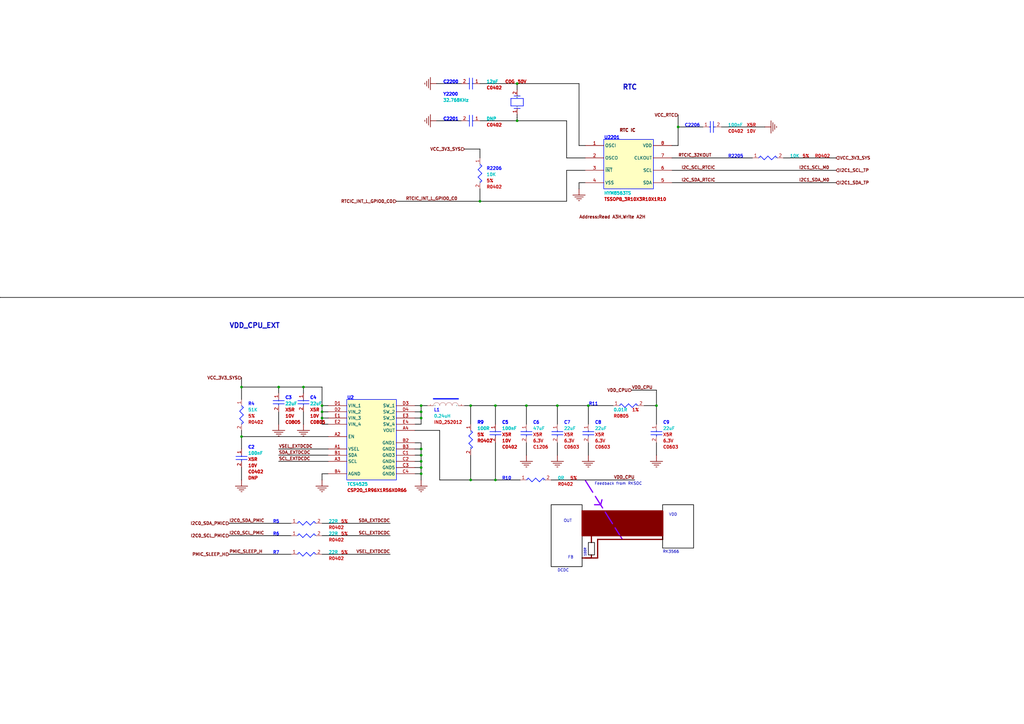
<source format=kicad_sch>
(kicad_sch (version 20231120) (generator "eeschema") (generator_version "8.0")
  (paper "User" 419.989 297.002)
  (lib_symbols
    (symbol "total-altium-import:22_0_CAP NP"
      (symbol "22_0_CAP NP_1_0"
        (polyline (pts (xy 0.254 -1.778) (xy 4.826 -1.778)) (stroke (width 0.254) (color 0 11 255 1)))
        (polyline (pts (xy 0.254 -0.508) (xy 4.826 -0.508)) (stroke (width 0.254) (color 0 11 255 1)))
        (polyline (pts (xy 2.54 -2.54) (xy 2.54 -1.778)) (stroke (width 0.254) (color 0 11 255 1)))
        (polyline (pts (xy 2.54 0) (xy 2.54 -0.508)) (stroke (width 0.254) (color 0 11 255 1)))
        (pin passive line (at 2.54 2.54 270) (length 2.54) (name "1") (number "1"))
        (pin passive line (at 2.54 -5.08 90) (length 2.54) (name "2") (number "2"))
      )
    )
    (symbol "total-altium-import:22_0_DCDC_SY827"
      (symbol "22_0_DCDC_SY827_1_0"
        (rectangle (start 20.32 0) (end 0 -33.02) (stroke (width 0.254) (color 0 11 255 1)) (fill (type background)))
        (pin passive line (at -7.62 -20.32 0) (length 7.62) (name "VSEL") (number "A1"))
        (pin passive line (at -7.62 -15.24 0) (length 7.62) (name "EN") (number "A2"))
        (pin passive line (at -7.62 -25.4 0) (length 7.62) (name "SCL") (number "A3"))
        (pin passive line (at 27.94 -12.7 180) (length 7.62) (name "VOUT") (number "A4"))
        (pin passive line (at -7.62 -22.86 0) (length 7.62) (name "SDA") (number "B1"))
        (pin passive line (at 27.94 -17.78 180) (length 7.62) (name "GND1") (number "B2"))
        (pin passive line (at 27.94 -20.32 180) (length 7.62) (name "GND2") (number "B3"))
        (pin passive line (at -7.62 -30.48 0) (length 7.62) (name "AGND") (number "B4"))
        (pin passive line (at 27.94 -22.86 180) (length 7.62) (name "GND3") (number "C1"))
        (pin passive line (at 27.94 -25.4 180) (length 7.62) (name "GND4") (number "C2"))
        (pin passive line (at 27.94 -27.94 180) (length 7.62) (name "GND5") (number "C3"))
        (pin passive line (at 27.94 -30.48 180) (length 7.62) (name "GND6") (number "C4"))
        (pin passive line (at -7.62 -2.54 0) (length 7.62) (name "VIN_1") (number "D1"))
        (pin passive line (at -7.62 -5.08 0) (length 7.62) (name "VIN_2") (number "D2"))
        (pin passive line (at 27.94 -2.54 180) (length 7.62) (name "SW_1") (number "D3"))
        (pin passive line (at 27.94 -5.08 180) (length 7.62) (name "SW_2") (number "D4"))
        (pin passive line (at -7.62 -7.62 0) (length 7.62) (name "VIN_3") (number "E1"))
        (pin passive line (at -7.62 -10.16 0) (length 7.62) (name "VIN_4") (number "E2"))
        (pin passive line (at 27.94 -7.62 180) (length 7.62) (name "SW_3") (number "E3"))
        (pin passive line (at 27.94 -10.16 180) (length 7.62) (name "SW_4") (number "E4"))
      )
    )
    (symbol "total-altium-import:22_0_RESISTOR"
      (symbol "22_0_RESISTOR_1_0"
        (polyline (pts (xy 1.778 -5.334) (xy 3.302 -6.858)) (stroke (width 0.254) (color 0 11 255 1)))
        (polyline (pts (xy 1.778 -2.286) (xy 3.302 -3.81)) (stroke (width 0.254) (color 0 11 255 1)))
        (polyline (pts (xy 2.54 0) (xy 3.302 -0.762)) (stroke (width 0.254) (color 0 11 255 1)))
        (polyline (pts (xy 3.302 -6.858) (xy 2.54 -7.62)) (stroke (width 0.254) (color 0 11 255 1)))
        (polyline (pts (xy 3.302 -3.81) (xy 1.778 -5.334)) (stroke (width 0.254) (color 0 11 255 1)))
        (polyline (pts (xy 3.302 -0.762) (xy 1.778 -2.286)) (stroke (width 0.254) (color 0 11 255 1)))
        (pin passive line (at 2.54 2.54 270) (length 2.54) (name "1") (number "1"))
        (pin passive line (at 2.54 -10.16 90) (length 2.54) (name "2") (number "2"))
      )
    )
    (symbol "total-altium-import:22_0_RTC_HYM8563"
      (symbol "22_0_RTC_HYM8563_1_0"
        (rectangle (start 20.32 0) (end 0 -20.32) (stroke (width 0.254) (color 0 11 255 1)) (fill (type background)))
        (pin passive line (at -7.62 -2.54 0) (length 7.62) (name "OSCI") (number "1"))
        (pin passive line (at -7.62 -7.62 0) (length 7.62) (name "OSCO") (number "2"))
        (pin passive line (at -7.62 -12.7 0) (length 7.62) (name "~{INT}") (number "3"))
        (pin passive line (at -7.62 -17.78 0) (length 7.62) (name "VSS") (number "4"))
        (pin passive line (at 27.94 -17.78 180) (length 7.62) (name "SDA") (number "5"))
        (pin passive line (at 27.94 -12.7 180) (length 7.62) (name "SCL") (number "6"))
        (pin passive line (at 27.94 -7.62 180) (length 7.62) (name "CLKOUT") (number "7"))
        (pin passive line (at 27.94 -2.54 180) (length 7.62) (name "VDD") (number "8"))
      )
    )
    (symbol "total-altium-import:22_0_mirrored_CAP NP"
      (symbol "22_0_mirrored_CAP NP_1_0"
        (polyline (pts (xy -2.54 -2.54) (xy -2.54 -1.778)) (stroke (width 0.254) (color 0 11 255 1)))
        (polyline (pts (xy -2.54 0) (xy -2.54 -0.508)) (stroke (width 0.254) (color 0 11 255 1)))
        (polyline (pts (xy -0.254 -1.778) (xy -4.826 -1.778)) (stroke (width 0.254) (color 0 11 255 1)))
        (polyline (pts (xy -0.254 -0.508) (xy -4.826 -0.508)) (stroke (width 0.254) (color 0 11 255 1)))
        (pin passive line (at -2.54 2.54 270) (length 2.54) (name "1") (number "1"))
        (pin passive line (at -2.54 -5.08 90) (length 2.54) (name "2") (number "2"))
      )
    )
    (symbol "total-altium-import:22_1_CAP NP"
      (symbol "22_1_CAP NP_1_0"
        (polyline (pts (xy 0 2.54) (xy 0.508 2.54)) (stroke (width 0.254) (color 0 11 255 1)))
        (polyline (pts (xy 0.508 0.254) (xy 0.508 4.826)) (stroke (width 0.254) (color 0 11 255 1)))
        (polyline (pts (xy 1.778 0.254) (xy 1.778 4.826)) (stroke (width 0.254) (color 0 11 255 1)))
        (polyline (pts (xy 2.54 2.54) (xy 1.778 2.54)) (stroke (width 0.254) (color 0 11 255 1)))
        (pin passive line (at -2.54 2.54 0) (length 2.54) (name "1") (number "1"))
        (pin passive line (at 5.08 2.54 180) (length 2.54) (name "2") (number "2"))
      )
    )
    (symbol "total-altium-import:22_1_CRYSTAL_2P_1G"
      (property "Reference" "Y2200" (at -27.94 5.08 0))
      (property "Value" "32.768KHz" (at -27.94 2.54 0))
      (property "PCB FOOTPRINT" "CRY2_6R90X1R40X1R30" (at -27.94 0 0))
      (symbol "22_1_CRYSTAL_2P_1G_1_0"
        (polyline (pts (xy 0 1.016) (xy 5.08 1.016)) (stroke (width 0.254) (color 0 11 255 1)))
        (polyline (pts (xy 0 4.064) (xy 0 1.016)) (stroke (width 0.254) (color 0 11 255 1)))
        (polyline (pts (xy 1.27 0) (xy 3.81 0)) (stroke (width 0.254) (color 0 11 255 1)))
        (polyline (pts (xy 1.27 5.08) (xy 3.81 5.08)) (stroke (width 0.254) (color 0 11 255 1)))
        (polyline (pts (xy 5.08 1.016) (xy 5.08 4.064)) (stroke (width 0.254) (color 0 11 255 1)))
        (polyline (pts (xy 5.08 4.064) (xy 0 4.064)) (stroke (width 0.254) (color 0 11 255 1)))
        (pin passive line (at 2.54 -2.54 90) (length 2.54) (name "1") (number "1"))
        (pin passive line (at 2.54 7.62 270) (length 2.54) (name "2") (number "2"))
      )
    )
    (symbol "total-altium-import:22_1_INDUCTORS OF FERRITE"
      (symbol "22_1_INDUCTORS OF FERRITE_1_0"
        (polyline (pts (xy 0 2.794) (xy 10.16 2.794)) (stroke (width 0.508) (color 0 11 255 1)))
        (arc (start 1.27 1.27) (mid 0.372 0.898) (end 0 0) (stroke (width 0.0254)))
        (arc (start 2.54 0) (mid 2.168 0.898) (end 1.27 1.27) (stroke (width 0.0254)))
        (arc (start 3.81 1.27) (mid 2.912 0.898) (end 2.54 0) (stroke (width 0.0254)))
        (arc (start 5.08 0) (mid 4.708 0.898) (end 3.81 1.27) (stroke (width 0.0254)))
        (arc (start 6.35 1.27) (mid 5.452 0.898) (end 5.08 0) (stroke (width 0.0254)))
        (arc (start 7.62 0) (mid 7.248 0.898) (end 6.35 1.27) (stroke (width 0.0254)))
        (arc (start 8.89 1.27) (mid 7.992 0.898) (end 7.62 0) (stroke (width 0.0254)))
        (arc (start 10.16 0) (mid 9.788 0.898) (end 8.89 1.27) (stroke (width 0.0254)))
        (pin passive line (at -2.54 0 0) (length 2.54) (name "1") (number "1"))
        (pin passive line (at 12.7 0 180) (length 2.54) (name "2") (number "2"))
      )
    )
    (symbol "total-altium-import:22_1_RESISTOR"
      (symbol "22_1_RESISTOR_1_0"
        (polyline (pts (xy 0 2.54) (xy 0.762 3.302)) (stroke (width 0.254) (color 0 11 255 1)))
        (polyline (pts (xy 0.762 3.302) (xy 2.286 1.778)) (stroke (width 0.254) (color 0 11 255 1)))
        (polyline (pts (xy 2.286 1.778) (xy 3.81 3.302)) (stroke (width 0.254) (color 0 11 255 1)))
        (polyline (pts (xy 3.81 3.302) (xy 5.334 1.778)) (stroke (width 0.254) (color 0 11 255 1)))
        (polyline (pts (xy 5.334 1.778) (xy 6.858 3.302)) (stroke (width 0.254) (color 0 11 255 1)))
        (polyline (pts (xy 6.858 3.302) (xy 7.62 2.54)) (stroke (width 0.254) (color 0 11 255 1)))
        (pin passive line (at -2.54 2.54 0) (length 2.54) (name "1") (number "1"))
        (pin passive line (at 10.16 2.54 180) (length 2.54) (name "2") (number "2"))
      )
    )
    (symbol "total-altium-import:22_3_CAP NP"
      (symbol "22_3_CAP NP_1_0"
        (polyline (pts (xy -2.54 -2.54) (xy -1.778 -2.54)) (stroke (width 0.254) (color 0 11 255 1)))
        (polyline (pts (xy -1.778 -0.254) (xy -1.778 -4.826)) (stroke (width 0.254) (color 0 11 255 1)))
        (polyline (pts (xy -0.508 -0.254) (xy -0.508 -4.826)) (stroke (width 0.254) (color 0 11 255 1)))
        (polyline (pts (xy 0 -2.54) (xy -0.508 -2.54)) (stroke (width 0.254) (color 0 11 255 1)))
        (pin passive line (at 2.54 -2.54 180) (length 2.54) (name "1") (number "1"))
        (pin passive line (at -5.08 -2.54 0) (length 2.54) (name "2") (number "2"))
      )
    )
    (symbol "total-altium-import:GND_POWER_GROUND" (power)
      (property "Reference" "#PWR" (at 0 0 0))
      (property "Value" "GND" (at 0 6.35 0))
      (symbol "GND_POWER_GROUND_0_0"
        (polyline (pts (xy -2.54 -2.54) (xy 2.54 -2.54)) (stroke (width 0.254)))
        (polyline (pts (xy -1.778 -3.302) (xy 1.778 -3.302)) (stroke (width 0.254)))
        (polyline (pts (xy -1.016 -4.064) (xy 1.016 -4.064)) (stroke (width 0.254)))
        (polyline (pts (xy -0.254 -4.826) (xy 0.254 -4.826)) (stroke (width 0.254)))
        (polyline (pts (xy 0 0) (xy 0 -2.54)) (stroke (width 0.254)))
        (pin power_in line (at 0 0 0) (length 0) hide (name "GND") (number ""))
      )
    )
  )
  (junction (at 172.72 194.31))
  (junction (at 269.24 166.37))
  (junction (at 172.72 186.69))
  (junction (at 132.08 168.91))
  (junction (at 196.85 82.55))
  (junction (at 172.72 191.77))
  (junction (at 278.13 52.07))
  (junction (at 172.72 166.37))
  (junction (at 215.9 166.37))
  (junction (at 212.09 49.53))
  (junction (at 203.2 166.37))
  (junction (at 114.3 158.75))
  (junction (at 172.72 184.15))
  (junction (at 241.3 166.37))
  (junction (at 132.08 171.45))
  (junction (at 124.46 158.75))
  (junction (at 203.2 196.85))
  (junction (at 172.72 171.45))
  (junction (at 228.6 166.37))
  (junction (at 172.72 168.91))
  (junction (at 132.08 166.37))
  (junction (at 212.09 34.29))
  (junction (at 99.06 158.75))
  (junction (at 193.04 196.85))
  (junction (at 193.04 166.37))
  (junction (at 172.72 189.23))
  (junction (at 99.06 179.07))
  (wire (pts (xy 193.04 186.69) (xy 193.04 196.85)) (stroke (width 0.25) (color 0 0 0 1)))
  (wire (pts (xy 278.13 47.1678) (xy 278.13 52.07)) (stroke (width 0.25) (color 0 0 0 1)))
  (wire (pts (xy 132.08 173.99) (xy 132.08 171.45)) (stroke (width 0.25) (color 0 0 0 1)))
  (wire (pts (xy 172.72 171.45) (xy 172.72 168.91)) (stroke (width 0.25) (color 0 0 0 1)))
  (wire (pts (xy 114.3 158.75) (xy 124.46 158.75)) (stroke (width 0.25) (color 0 0 0 1)))
  (polyline (pts (xy 246.38 207.01) (xy 246.888 204.978)) (stroke (width 0.508) (type dash) (color 132 0 255 1)))
  (wire (pts (xy 288.29 52.07) (xy 278.13 52.07)) (stroke (width 0.25) (color 0 0 0 1)))
  (wire (pts (xy 189.23 49.53) (xy 179.07 49.53)) (stroke (width 0.25) (color 0 0 0 1)))
  (polyline (pts (xy 242.57 222.504) (xy 242.57 219.964)) (stroke (width 0.508) (type solid) (color 132 0 0 1)))
  (wire (pts (xy 172.72 181.61) (xy 170.18 181.61)) (stroke (width 0.25) (color 0 0 0 1)))
  (wire (pts (xy 172.72 166.37) (xy 175.26 166.37)) (stroke (width 0.25) (color 0 0 0 1)))
  (wire (pts (xy 237.49 77.47) (xy 237.49 74.93)) (stroke (width 0.25) (color 0 0 0 1)))
  (wire (pts (xy 193.04 196.85) (xy 203.2 196.85)) (stroke (width 0.25) (color 0 0 0 1)))
  (wire (pts (xy 212.0925 48.26) (xy 212.0925 46.99)) (stroke (width 0.25) (color 0 0 0 1)))
  (wire (pts (xy 162.56 82.55) (xy 196.85 82.55)) (stroke (width 0.25) (color 0 0 0 1)))
  (wire (pts (xy 172.72 168.91) (xy 170.18 168.91)) (stroke (width 0.25) (color 0 0 0 1)))
  (polyline (pts (xy 245.11 228.854) (xy 240.03 228.854)) (stroke (width 0.508) (type solid) (color 132 0 0 1)))
  (wire (pts (xy 134.62 168.91) (xy 132.08 168.91)) (stroke (width 0.25) (color 0 0 0 1)))
  (wire (pts (xy 114.3 161.29) (xy 114.3 158.75)) (stroke (width 0.25) (color 0 0 0 1)))
  (wire (pts (xy 132.08 194.31) (xy 134.62 194.31)) (stroke (width 0.25) (color 0 0 0 1)))
  (wire (pts (xy 189.23 34.29) (xy 179.07 34.29)) (stroke (width 0.25) (color 0 0 0 1)))
  (wire (pts (xy 241.3 173.99) (xy 241.3 166.37)) (stroke (width 0.25) (color 0 0 0 1)))
  (wire (pts (xy 132.08 219.71) (xy 160.02 219.71)) (stroke (width 0.25) (color 0 0 0 1)))
  (wire (pts (xy 241.3 186.69) (xy 241.3 181.61)) (stroke (width 0.25) (color 0 0 0 1)))
  (wire (pts (xy 172.72 186.69) (xy 172.72 184.15)) (stroke (width 0.25) (color 0 0 0 1)))
  (wire (pts (xy 269.24 186.69) (xy 269.24 181.61)) (stroke (width 0.25) (color 0 0 0 1)))
  (wire (pts (xy 170.18 184.15) (xy 172.72 184.15)) (stroke (width 0.25) (color 0 0 0 1)))
  (wire (pts (xy 134.62 166.37) (xy 132.08 166.37)) (stroke (width 0.25) (color 0 0 0 1)))
  (wire (pts (xy 132.08 166.37) (xy 132.08 158.75)) (stroke (width 0.25) (color 0 0 0 1)))
  (wire (pts (xy 215.9 166.37) (xy 228.6 166.37)) (stroke (width 0.25) (color 0 0 0 1)))
  (wire (pts (xy 134.62 186.69) (xy 114.3 186.69)) (stroke (width 0.25) (color 0 0 0 1)))
  (wire (pts (xy 232.41 64.77) (xy 240.03 64.77)) (stroke (width 0.25) (color 0 0 0 1)))
  (wire (pts (xy 119.38 214.63) (xy 93.98 214.63)) (stroke (width 0.25) (color 0 0 0 1)))
  (wire (pts (xy 237.49 34.29) (xy 212.09 34.29)) (stroke (width 0.25) (color 0 0 0 1)))
  (wire (pts (xy 134.62 184.15) (xy 114.3 184.15)) (stroke (width 0.25) (color 0 0 0 1)))
  (wire (pts (xy 193.04 166.37) (xy 190.5 166.37)) (stroke (width 0.25) (color 0 0 0 1)))
  (wire (pts (xy 212.09 34.29) (xy 196.85 34.29)) (stroke (width 0.25) (color 0 0 0 1)))
  (wire (pts (xy 132.08 158.75) (xy 124.46 158.75)) (stroke (width 0.25) (color 0 0 0 1)))
  (wire (pts (xy 99.06 196.85) (xy 99.06 191.77)) (stroke (width 0.25) (color 0 0 0 1)))
  (wire (pts (xy 99.06 158.75) (xy 114.3 158.75)) (stroke (width 0.25) (color 0 0 0 1)))
  (wire (pts (xy 215.9 173.99) (xy 215.9 166.37)) (stroke (width 0.25) (color 0 0 0 1)))
  (wire (pts (xy 132.08 168.91) (xy 132.08 166.37)) (stroke (width 0.25) (color 0 0 0 1)))
  (wire (pts (xy 232.41 49.53) (xy 232.41 64.77)) (stroke (width 0.25) (color 0 0 0 1)))
  (wire (pts (xy 240.03 59.69) (xy 237.49 59.69)) (stroke (width 0.25) (color 0 0 0 1)))
  (wire (pts (xy 215.9 186.69) (xy 215.9 181.61)) (stroke (width 0.25) (color 0 0 0 1)))
  (wire (pts (xy 241.3 166.37) (xy 228.6 166.37)) (stroke (width 0.25) (color 0 0 0 1)))
  (wire (pts (xy 134.62 173.99) (xy 132.08 173.99)) (stroke (width 0.25) (color 0 0 0 1)))
  (wire (pts (xy 180.34 176.53) (xy 170.18 176.53)) (stroke (width 0.25) (color 0 0 0 1)))
  (wire (pts (xy 132.08 227.33) (xy 160.02 227.33)) (stroke (width 0.25) (color 0 0 0 1)))
  (wire (pts (xy 193.04 196.85) (xy 180.34 196.85)) (stroke (width 0.25) (color 0 0 0 1)))
  (polyline (pts (xy 238.76 228.854) (xy 242.57 228.854)) (stroke (width 0.508) (type solid) (color 132 0 0 1)))
  (wire (pts (xy 278.13 52.07) (xy 278.13 59.69)) (stroke (width 0.25) (color 0 0 0 1)))
  (wire (pts (xy 193.04 166.37) (xy 193.04 173.99)) (stroke (width 0.25) (color 0 0 0 1)))
  (wire (pts (xy 132.08 196.85) (xy 132.08 194.31)) (stroke (width 0.25) (color 0 0 0 1)))
  (polyline (pts (xy 271.78 221.234) (xy 245.11 221.234)) (stroke (width 0.508) (type solid) (color 132 0 0 1)))
  (polyline (pts (xy 245.11 221.234) (xy 245.11 228.854)) (stroke (width 0.508) (type solid) (color 132 0 0 1)))
  (wire (pts (xy 196.85 82.55) (xy 232.41 82.55)) (stroke (width 0.25) (color 0 0 0 1)))
  (wire (pts (xy 170.18 194.31) (xy 172.72 194.31)) (stroke (width 0.25) (color 0 0 0 1)))
  (wire (pts (xy 172.72 171.45) (xy 172.72 173.99)) (stroke (width 0.25) (color 0 0 0 1)))
  (polyline (pts (xy 246.38 207.01) (xy 243.84 207.01)) (stroke (width 0.508) (type dash) (color 132 0 255 1)))
  (wire (pts (xy 132.08 171.45) (xy 132.08 168.91)) (stroke (width 0.25) (color 0 0 0 1)))
  (wire (pts (xy 212.0925 46.99) (xy 212.09 46.99)) (stroke (width 0.25) (color 0 0 0 1)))
  (wire (pts (xy 172.72 168.91) (xy 172.72 166.37)) (stroke (width 0.25) (color 0 0 0 1)))
  (wire (pts (xy 278.13 59.69) (xy 275.59 59.69)) (stroke (width 0.25) (color 0 0 0 1)))
  (wire (pts (xy 212.09 34.29) (xy 212.09 36.83)) (stroke (width 0.25) (color 0 0 0 1)))
  (wire (pts (xy 203.2 166.37) (xy 215.9 166.37)) (stroke (width 0.25) (color 0 0 0 1)))
  (wire (pts (xy 275.59 74.93) (xy 342.9 74.93)) (stroke (width 0.25) (color 0 0 0 1)))
  (wire (pts (xy 180.34 196.85) (xy 180.34 176.53)) (stroke (width 0.25) (color 0 0 0 1)))
  (wire (pts (xy 212.0925 48.26) (xy 212.09 48.26)) (stroke (width 0.25) (color 0 0 0 1)))
  (wire (pts (xy 212.09 49.53) (xy 232.41 49.53)) (stroke (width 0.25) (color 0 0 0 1)))
  (wire (pts (xy 196.85 77.47) (xy 196.85 82.55)) (stroke (width 0.25) (color 0 0 0 1)))
  (wire (pts (xy 99.06 154.94) (xy 99.06 158.75)) (stroke (width 0.25) (color 0 0 0 1)))
  (wire (pts (xy 119.38 219.71) (xy 93.98 219.71)) (stroke (width 0.25) (color 0 0 0 1)))
  (wire (pts (xy 170.18 189.23) (xy 172.72 189.23)) (stroke (width 0.25) (color 0 0 0 1)))
  (wire (pts (xy 269.24 160.02) (xy 269.24 166.37)) (stroke (width 0.25) (color 0 0 0 1)))
  (wire (pts (xy 212.09 48.26) (xy 212.09 49.53)) (stroke (width 0.25) (color 0 0 0 1)))
  (wire (pts (xy 124.46 158.75) (xy 124.46 161.29)) (stroke (width 0.25) (color 0 0 0 1)))
  (wire (pts (xy 114.3 173.99) (xy 114.3 168.91)) (stroke (width 0.25) (color 0 0 0 1)))
  (wire (pts (xy 99.06 179.07) (xy 99.06 176.53)) (stroke (width 0.25) (color 0 0 0 1)))
  (polyline (pts (xy 255.27 221.234) (xy 239.776 196.596)) (stroke (width 0.508) (type dash) (color 132 0 255 1)))
  (polyline (pts (xy 271.78 221.234) (xy 271.78 209.804)) (stroke (width 0.508) (type solid) (color 132 0 0 1)))
  (wire (pts (xy 124.46 173.99) (xy 124.46 168.91)) (stroke (width 0.25) (color 0 0 0 1)))
  (wire (pts (xy 237.49 59.69) (xy 237.49 34.29)) (stroke (width 0.25) (color 0 0 0 1)))
  (wire (pts (xy 275.59 64.77) (xy 308.61 64.77)) (stroke (width 0.25) (color 0 0 0 1)))
  (wire (pts (xy 203.2 166.37) (xy 193.04 166.37)) (stroke (width 0.25) (color 0 0 0 1)))
  (wire (pts (xy 342.9 64.77) (xy 321.31 64.77)) (stroke (width 0.25) (color 0 0 0 1)))
  (wire (pts (xy 203.2 196.85) (xy 203.2 181.61)) (stroke (width 0.25) (color 0 0 0 1)))
  (wire (pts (xy 269.24 166.37) (xy 264.16 166.37)) (stroke (width 0.25) (color 0 0 0 1)))
  (polyline (pts (xy 242.57 228.854) (xy 242.57 227.584)) (stroke (width 0.508) (type solid) (color 132 0 0 1)))
  (wire (pts (xy 170.18 186.69) (xy 172.72 186.69)) (stroke (width 0.25) (color 0 0 0 1)))
  (wire (pts (xy 237.49 74.93) (xy 240.03 74.93)) (stroke (width 0.25) (color 0 0 0 1)))
  (wire (pts (xy 99.06 158.75) (xy 99.06 163.83)) (stroke (width 0.25) (color 0 0 0 1)))
  (wire (pts (xy 232.41 69.85) (xy 232.41 82.55)) (stroke (width 0.25) (color 0 0 0 1)))
  (wire (pts (xy 134.62 171.45) (xy 132.08 171.45)) (stroke (width 0.25) (color 0 0 0 1)))
  (wire (pts (xy 228.6 186.69) (xy 228.6 181.61)) (stroke (width 0.25) (color 0 0 0 1)))
  (wire (pts (xy 196.85 49.53) (xy 212.09 49.53)) (stroke (width 0.25) (color 0 0 0 1)))
  (wire (pts (xy 240.03 69.85) (xy 232.41 69.85)) (stroke (width 0.25) (color 0 0 0 1)))
  (wire (pts (xy 251.46 166.37) (xy 241.3 166.37)) (stroke (width 0.25) (color 0 0 0 1)))
  (wire (pts (xy 134.62 189.23) (xy 114.3 189.23)) (stroke (width 0.25) (color 0 0 0 1)))
  (wire (pts (xy 190.5 61.1378) (xy 196.85 61.1378)) (stroke (width 0.25) (color 0 0 0 1)))
  (wire (pts (xy 172.72 184.15) (xy 172.72 181.61)) (stroke (width 0.25) (color 0 0 0 1)))
  (wire (pts (xy 196.85 61.1378) (xy 196.85 64.77)) (stroke (width 0.25) (color 0 0 0 1)))
  (wire (pts (xy 172.72 173.99) (xy 170.18 173.99)) (stroke (width 0.25) (color 0 0 0 1)))
  (wire (pts (xy 93.98 227.33) (xy 119.38 227.33)) (stroke (width 0.25) (color 0 0 0 1)))
  (wire (pts (xy 134.62 179.07) (xy 99.06 179.07)) (stroke (width 0.25) (color 0 0 0 1)))
  (wire (pts (xy 99.06 184.15) (xy 99.06 179.07)) (stroke (width 0.25) (color 0 0 0 1)))
  (wire (pts (xy 170.18 191.77) (xy 172.72 191.77)) (stroke (width 0.25) (color 0 0 0 1)))
  (wire (pts (xy 226.06 196.85) (xy 260.35 196.85)) (stroke (width 0.25) (color 0 0 0 1)))
  (wire (pts (xy 203.2 173.99) (xy 203.2 166.37)) (stroke (width 0.25) (color 0 0 0 1)))
  (wire (pts (xy 203.2 196.85) (xy 213.36 196.85)) (stroke (width 0.25) (color 0 0 0 1)))
  (wire (pts (xy 228.6 166.37) (xy 228.6 173.99)) (stroke (width 0.25) (color 0 0 0 1)))
  (wire (pts (xy 132.08 214.63) (xy 160.02 214.63)) (stroke (width 0.25) (color 0 0 0 1)))
  (bus (pts (xy 0 121.92) (xy 0.0688 121.9888)) (stroke (width 0.25) (color 0 0 0 1)))
  (wire (pts (xy 172.72 194.31) (xy 172.72 191.77)) (stroke (width 0.25) (color 0 0 0 1)))
  (wire (pts (xy 172.72 196.85) (xy 172.72 194.31)) (stroke (width 0.25) (color 0 0 0 1)))
  (wire (pts (xy 275.59 69.85) (xy 342.9 69.85)) (stroke (width 0.25) (color 0 0 0 1)))
  (wire (pts (xy 172.72 189.23) (xy 172.72 186.69)) (stroke (width 0.25) (color 0 0 0 1)))
  (wire (pts (xy 170.18 171.45) (xy 172.72 171.45)) (stroke (width 0.25) (color 0 0 0 1)))
  (wire (pts (xy 269.24 166.37) (xy 269.24 173.99)) (stroke (width 0.25) (color 0 0 0 1)))
  (wire (pts (xy 259.08 160.02) (xy 269.24 160.02)) (stroke (width 0.25) (color 0 0 0 1)))
  (wire (pts (xy 172.72 191.77) (xy 172.72 189.23)) (stroke (width 0.25) (color 0 0 0 1)))
  (wire (pts (xy 170.18 166.37) (xy 172.72 166.37)) (stroke (width 0.25) (color 0 0 0 1)))
  (bus (pts (xy 420.0349 121.9888) (xy 0.0688 121.9888)) (stroke (width 0.25) (color 0 0 0 1)))
  (wire (pts (xy 313.69 52.07) (xy 295.91 52.07)) (stroke (width 0.25) (color 0 0 0 1)))
  (rectangle (start 238.76 209.55) (end 271.78 219.71) (stroke (width 0.508) (color 132 0 0 1)) (fill (type color) (color 132 0 0 1)))
  (rectangle (start 284.48 207.01) (end 271.78 224.79) (stroke (width 0.254) (color 0 0 0 1)))
  (rectangle (start 226.06 207.01) (end 238.76 232.41) (stroke (width 0.254) (color 0 0 0 1)))
  (rectangle (start 243.84 222.504) (end 241.3 227.584) (stroke (width 0.254) (color 0 0 0 1)))
  (text "RTC\n" (at 255.27 37.084 0) (effects (font (size 2.032 2.032) (thickness 0.4064) (bold yes)) (justify left bottom)))
  (text "RTC IC" (at 254 54.356 0) (effects (font (size 1.27 1.27) (thickness 0.4064) (bold yes)) (justify left bottom)))
  (text "OUT" (at 231.14 214.376 0) (effects (font (size 1.143 1.143)) (justify left bottom)))
  (text "FB" (at 232.918 229.362 0) (effects (font (size 1.143 1.143)) (justify left bottom)))
  (text "100R" (at 240.538 228.346 90) (effects (font (size 0.889 0.889)) (justify left bottom)))
  (text "Address:Read A3H,Write A2H" (at 237.49 89.916 0) (effects (font (size 1.27 1.27) (bold yes)) (justify left bottom)))
  (text "DCDC" (at 228.6 234.696 0) (effects (font (size 1.143 1.143)) (justify left bottom)))
  (text "VDD" (at 274.32 211.836 0) (effects (font (size 1.143 1.143)) (justify left bottom)))
  (text "Feedback from RKSOC" (at 243.84 199.136 0) (effects (font (size 1.143 1.143)) (justify left bottom)))
  (text "VDD_CPU_EXT" (at 93.98 134.874 0) (effects (font (size 2.032 2.032) (thickness 0.4064) (bold yes)) (justify left bottom)))
  (text "RK3566" (at 271.78 227.076 0) (effects (font (size 1.143 1.143)) (justify left bottom)))
  (label "I2C1_SCL_M0" (at 327.66 69.85 0) (effects (font (size 1.25 1.25) (bold yes))))
  (label "I2C_SDA_RTCIC" (at 279.4 74.93 0) (effects (font (size 1.25 1.25) (bold yes))))
  (label "I2C1_SDA_M0" (at 327.66 74.93 0) (effects (font (size 1.25 1.25) (bold yes))))
  (label "SDA_EXTDCDC" (at 114.3 186.69 0) (effects (font (size 1.25 1.25) (bold yes))))
  (label "RTCIC_INT_L_GPIO0_C0" (at 166.37 82.55 0) (effects (font (size 1.25 1.25) (bold yes))))
  (label "I2C0_SDA_PMIC" (at 93.98 214.63 0) (effects (font (size 1.25 1.25) (bold yes))))
  (label "SCL_EXTDCDC" (at 160.02 219.71 180) (effects (font (size 1.25 1.25) (bold yes))))
  (label "SDA_EXTDCDC" (at 160.02 214.63 180) (effects (font (size 1.25 1.25) (bold yes))))
  (label "SCL_EXTDCDC" (at 114.3 189.23 0) (effects (font (size 1.25 1.25) (bold yes))))
  (label "VDD_CPU" (at 259.08 160.02 0) (effects (font (size 1.25 1.25) (bold yes))))
  (label "RTCIC_32KOUT" (at 278.13 64.77 0) (effects (font (size 1.25 1.25) (bold yes))))
  (label "VSEL_EXTDCDC" (at 160.02 227.33 180) (effects (font (size 1.25 1.25) (bold yes))))
  (label "VSEL_EXTDCDC" (at 114.3 184.15 0) (effects (font (size 1.25 1.25) (bold yes))))
  (label "VDD_CPU" (at 260.35 196.85 180) (effects (font (size 1.25 1.25) (bold yes))))
  (label "PMIC_SLEEP_H" (at 93.98 227.33 0) (effects (font (size 1.25 1.25) (bold yes))))
  (label "I2C_SCL_RTCIC" (at 279.4 69.85 0) (effects (font (size 1.25 1.25) (bold yes))))
  (label "I2C0_SCL_PMIC" (at 93.98 219.71 0) (effects (font (size 1.25 1.25) (bold yes))))
  (hierarchical_label "RTCIC_INT_L_GPIO0_C0" (shape input) (at 162.56 82.55 180) (effects (font (size 1.25 1.25) (bold yes))))
  (hierarchical_label "PMIC_SLEEP_H" (shape input) (at 93.98 227.33 180) (effects (font (size 1.25 1.25) (bold yes))))
  (hierarchical_label "VCC_3V3_SYS" (shape input) (at 99.06 154.94 180) (effects (font (size 1.25 1.25) (bold yes))))
  (hierarchical_label "I2C1_SDA_TP" (shape input) (at 342.9 74.93 0) (effects (font (size 1.25 1.25) (bold yes))))
  (hierarchical_label "I2C0_SCL_PMIC" (shape input) (at 93.98 219.71 180) (effects (font (size 1.25 1.25) (bold yes))))
  (hierarchical_label "VCC_3V3_SYS" (shape input) (at 342.9 64.77 0) (effects (font (size 1.25 1.25) (bold yes))))
  (hierarchical_label "I2C1_SCL_TP" (shape input) (at 342.9 69.85 0) (effects (font (size 1.25 1.25) (bold yes))))
  (hierarchical_label "VDD_CPU" (shape input) (at 259.08 160.02 180) (effects (font (size 1.25 1.25) (bold yes))))
  (hierarchical_label "VCC_RTC" (shape input) (at 278.13 47.1678 180) (effects (font (size 1.25 1.25) (bold yes))))
  (hierarchical_label "VCC_3V3_SYS" (shape input) (at 190.5 61.1378 180) (effects (font (size 1.25 1.25) (bold yes))))
  (hierarchical_label "I2C0_SDA_PMIC" (shape input) (at 93.98 214.63 180) (effects (font (size 1.25 1.25) (bold yes))))
  (symbol (lib_id "total-altium-import:GND_POWER_GROUND") (at 124.46 173.99 0) (unit 1)
    (property "Reference" "#PWR042" (effects (hide yes)))
    (property "Value" "GND" (effects (hide yes)))
  )
  (symbol (lib_id "total-altium-import:22_1_INDUCTORS OF FERRITE") (at 177.8 166.37 0) (unit 1)
    (property "Reference" "L1" (at 177.8 168.91 0) (effects (font (bold yes)) (justify left bottom)))
    (property "Value" "0.24uH" (at 177.8 171.45 0) (effects (font (bold yes)) (justify left bottom)))
    (property "Footprint" "Footprint Library:IND_252012" (effects (hide yes)))
    (property "Description" "Power Inductor,0.24uH,0.2,IND_252012" (effects (hide yes)))
    (property "DC RESISTOR" "0.029ohm" (effects (hide yes)))
    (property "ISAT" "6.40A" (effects (hide yes)))
    (property "PCB FOOTPRINT" "IND_252012" (at 177.8 173.99 0) (effects (font (bold yes)) (justify left bottom)))
    (property "CREATED BY" "JJJ" (effects (hide yes)))
    (property "MANUFACTURER PN" "VLS252012HBX-R24M-1" (effects (hide yes)))
    (property "MANUFACTURER" "TDK" (effects (hide yes)))
    (property "RESONACE FREQUENCY" "1MHz" (effects (hide yes)))
    (property "IRMS" "4.25A" (effects (hide yes)))
    (property "TOLERANCE" "20%" (effects (hide yes)))
    (property "PART TYPE" "POWER_IND" (effects (hide yes)))
    (property "PRIORITY" "A" (effects (hide yes)))
    (property "RK PN" "VLS252012HBX-R24M-1" (effects (hide yes)))
  )
  (symbol (lib_id "total-altium-import:22_0_mirrored_CAP NP") (at 271.78 176.53 0) (unit 1)
    (property "Reference" "C9" (at 271.78 173.99 0) (effects (font (bold yes)) (justify left bottom)))
    (property "Value" "22uF" (at 271.78 176.53 0) (effects (font (bold yes)) (justify left bottom)))
    (property "Footprint" "Footprint Library:C0402" (effects (hide yes)))
    (property "Description" "cap,22.00uF,+/-20%,6.3V,X5R,C0603" (effects (hide yes)))
    (property "VOLTAGE" "6.3V" (at 271.78 181.61 0) (effects (font (bold yes)) (justify left bottom)))
    (property "PCB FOOTPRINT" "C0603" (at 271.78 184.15 0) (effects (font (bold yes)) (justify left bottom)))
    (property "DIELECTRIC" "X5R" (at 271.78 179.07 0) (effects (font (bold yes)) (justify left bottom)))
    (property "CREATED BY" "JJJ" (effects (hide yes)))
    (property "MANUFACTURER PN" "C1608X5R0J226M080AC" (effects (hide yes)))
    (property "MANUFACTURER" "TDK" (effects (hide yes)))
    (property "TOLERANCE" "20%" (effects (hide yes)))
    (property "C_VOLTAGE" "6.3V" (effects (hide yes)))
    (property "PART TYPE" "C0603" (effects (hide yes)))
    (property "PRIORITY" "A" (effects (hide yes)))
    (property "RK PN" "C1608X5R0J226M080AC" (effects (hide yes)))
  )
  (symbol (lib_id "total-altium-import:22_0_RESISTOR") (at 96.52 166.37 0) (unit 1)
    (property "Reference" "R4" (at 101.6 166.37 0) (effects (font (bold yes)) (justify left bottom)))
    (property "Value" "51K" (at 101.6 168.91 0) (effects (font (bold yes)) (justify left bottom)))
    (property "Footprint" "Footprint Library:R0402" (effects (hide yes)))
    (property "Description" "通用厚膜电阻,51K,+/-5%,R0402,1/16W." (effects (hide yes)))
    (property "PCB FOOTPRINT" "R0402" (at 101.6 173.99 0) (effects (font (bold yes)) (justify left bottom)))
    (property "TOLERANCE" "5%" (at 101.6 171.45 0) (effects (font (bold yes)) (justify left bottom)))
    (property "CREATED BY" "YTL" (effects (hide yes)))
    (property "MANUFACTURER PN" "RC0402JR-0751KL" (effects (hide yes)))
    (property "MANUFACTURER" "YAGEO" (effects (hide yes)))
    (property "WATTAGE" "1/16W" (effects (hide yes)))
    (property "PART TYPE" "通用厚膜电阻" (effects (hide yes)))
    (property "PRIORITY" "A" (effects (hide yes)))
    (property "RK PN" "RC0402JR-0751KL" (effects (hide yes)))
  )
  (symbol (lib_id "total-altium-import:GND_POWER_GROUND") (at 99.06 196.85 0) (unit 1)
    (property "Reference" "#PWR039" (effects (hide yes)))
    (property "Value" "GND" (effects (hide yes)))
  )
  (symbol (lib_id "total-altium-import:GND_POWER_GROUND") (at 313.69 52.07 90) (unit 1)
    (property "Reference" "#PWR0283" (effects (hide yes)))
    (property "Value" "GND" (effects (hide yes)))
  )
  (symbol (lib_id "total-altium-import:22_0_RTC_HYM8563") (at 247.65 57.15 0) (unit 1)
    (property "Reference" "U2201" (at 247.65 57.15 0) (effects (font (bold yes)) (justify left bottom)))
    (property "Value" "HYM8563TS" (at 247.65 80.01 0) (effects (font (bold yes)) (justify left bottom)))
    (property "Footprint" "Footprint Library:HYM8563TS" (effects (hide yes)))
    (property "Description" "I2C Real Time Clock/Calendar" (effects (hide yes)))
    (property "PCB FOOTPRINT" "TSSOP8_3R10X3R10X1R10" (at 247.65 82.55 0) (effects (font (bold yes)) (justify left bottom)))
    (property "RK PN" "HYM8563TS" (effects (hide yes)))
    (property "PRIORITY" "A" (effects (hide yes)))
    (property "PART TYPE" "RTC" (effects (hide yes)))
    (property "MANUFACTURER" "Haoyu（昊昱微电子）" (effects (hide yes)))
    (property "MANUFACTURER PN" "HYM8563TS" (effects (hide yes)))
    (property "CREATED BY" "JJJ" (effects (hide yes)))
  )
  (symbol (lib_id "total-altium-import:22_1_CAP NP") (at 290.83 54.61 0) (unit 1)
    (property "Reference" "C2206" (at 280.67 52.07 0) (effects (font (bold yes)) (justify left bottom)))
    (property "Value" "100nF" (at 298.45 52.07 0) (effects (font (bold yes)) (justify left bottom)))
    (property "Footprint" "Footprint Library:C0402" (effects (hide yes)))
    (property "Description" "cap,100.00nF,+/-10%,10V,X5R,C0402" (effects (hide yes)))
    (property "VOLTAGE" "10V" (at 306.07 54.61 0) (effects (font (bold yes)) (justify left bottom)))
    (property "PCB FOOTPRINT" "C0402" (at 298.45 54.61 0) (effects (font (bold yes)) (justify left bottom)))
    (property "DIELECTRIC" "X5R" (at 306.07 52.07 0) (effects (font (bold yes)) (justify left bottom)))
    (property "CREATED BY" "JJJ" (effects (hide yes)))
    (property "C_VOLTAGE" "6.3V" (effects (hide yes)))
    (property "MANUFACTURER PN" "C1005X5R1A104K050BA" (effects (hide yes)))
    (property "MANUFACTURER" "TDK" (effects (hide yes)))
    (property "TOLERANCE" "10%" (effects (hide yes)))
    (property "PART TYPE" "C0402" (effects (hide yes)))
    (property "PRIORITY" "A" (effects (hide yes)))
    (property "RK PN" "C1005X5R1A104K050BA" (effects (hide yes)))
    (property "NUMBER" "37" (effects (hide yes)))
  )
  (symbol (lib_id "total-altium-import:GND_POWER_GROUND") (at 179.07 34.29 270) (unit 1)
    (property "Reference" "#PWR0264" (effects (hide yes)))
    (property "Value" "GND" (effects (hide yes)))
  )
  (symbol (lib_id "total-altium-import:22_1_RESISTOR") (at 121.92 217.17 0) (unit 1)
    (property "Reference" "R5" (at 111.76 214.63 0) (effects (font (bold yes)) (justify left bottom)))
    (property "Value" "22R" (at 134.62 214.63 0) (effects (font (bold yes)) (justify left bottom)))
    (property "Footprint" "Footprint Library:R0402" (effects (hide yes)))
    (property "Description" "通用厚膜电阻,22R,+/-5%,R0402,1/16W." (effects (hide yes)))
    (property "PCB FOOTPRINT" "R0402" (at 134.62 217.17 0) (effects (font (bold yes)) (justify left bottom)))
    (property "TOLERANCE" "5%" (at 139.7 214.63 0) (effects (font (bold yes)) (justify left bottom)))
    (property "RK PN" "RC0402JR-0722RL" (effects (hide yes)))
    (property "PRIORITY" "A" (effects (hide yes)))
    (property "PART TYPE" "通用厚膜电阻" (effects (hide yes)))
    (property "WATTAGE" "1/16W" (effects (hide yes)))
    (property "MANUFACTURER" "YAGEO" (effects (hide yes)))
    (property "MANUFACTURER PN" "RC0402JR-0722RL" (effects (hide yes)))
    (property "CREATED BY" "YTL" (effects (hide yes)))
  )
  (symbol (lib_id "total-altium-import:GND_POWER_GROUND") (at 179.07 49.53 270) (unit 1)
    (property "Reference" "#PWR0265" (effects (hide yes)))
    (property "Value" "GND" (effects (hide yes)))
  )
  (symbol (lib_id "total-altium-import:GND_POWER_GROUND") (at 114.3 173.99 0) (unit 1)
    (property "Reference" "#PWR041" (effects (hide yes)))
    (property "Value" "GND" (effects (hide yes)))
  )
  (symbol (lib_id "total-altium-import:22_0_RESISTOR") (at 194.31 67.31 0) (unit 1)
    (property "Reference" "R2206" (at 199.39 69.85 0) (effects (font (bold yes)) (justify left bottom)))
    (property "Value" "10K" (at 199.39 72.39 0) (effects (font (bold yes)) (justify left bottom)))
    (property "Footprint" "Footprint Library:R0402" (effects (hide yes)))
    (property "Description" "通用厚膜电阻,10K,+/-5%,R0402,1/16W." (effects (hide yes)))
    (property "PCB FOOTPRINT" "R0402" (at 199.39 77.47 0) (effects (font (bold yes)) (justify left bottom)))
    (property "TOLERANCE" "5%" (at 199.39 74.93 0) (effects (font (bold yes)) (justify left bottom)))
    (property "RK PN" "RC0402JR-0710KL" (effects (hide yes)))
    (property "PRIORITY" "A" (effects (hide yes)))
    (property "PART TYPE" "通用厚膜电阻" (effects (hide yes)))
    (property "WATTAGE" "1/16W" (effects (hide yes)))
    (property "MANUFACTURER" "YAGEO" (effects (hide yes)))
    (property "MANUFACTURER PN" "RC0402JR-0710KL" (effects (hide yes)))
    (property "CREATED BY" "YTL" (effects (hide yes)))
  )
  (symbol (lib_id "total-altium-import:22_1_CRYSTAL_2P_1G") (at 209.55 44.45 0) (unit 1)
    (property "Reference" "Y2200" (at 181.61 39.37 0) (effects (font (bold yes)) (justify left bottom)))
    (property "Value" "32.768KHz" (at 181.61 41.91 0) (effects (font (bold yes)) (justify left bottom)))
    (property "Footprint" "Crystal:Crystal_SMD_3215-2Pin_3.2x1.5mm" (effects (hide yes)))
    (property "Description" "无源晶振，32.768KHz，MC-146,±20ppm，12.5pF，Hosonic" (effects (hide yes)))
  )
  (symbol (lib_id "total-altium-import:22_1_RESISTOR") (at 121.92 222.25 0) (unit 1)
    (property "Reference" "R6" (at 111.76 219.71 0) (effects (font (bold yes)) (justify left bottom)))
    (property "Value" "22R" (at 134.62 219.71 0) (effects (font (bold yes)) (justify left bottom)))
    (property "Footprint" "Footprint Library:R0402" (effects (hide yes)))
    (property "Description" "通用厚膜电阻,22R,+/-5%,R0402,1/16W." (effects (hide yes)))
    (property "PCB FOOTPRINT" "R0402" (at 134.62 222.25 0) (effects (font (bold yes)) (justify left bottom)))
    (property "TOLERANCE" "5%" (at 139.7 219.71 0) (effects (font (bold yes)) (justify left bottom)))
    (property "CREATED BY" "YTL" (effects (hide yes)))
    (property "MANUFACTURER PN" "RC0402JR-0722RL" (effects (hide yes)))
    (property "MANUFACTURER" "YAGEO" (effects (hide yes)))
    (property "WATTAGE" "1/16W" (effects (hide yes)))
    (property "PART TYPE" "通用厚膜电阻" (effects (hide yes)))
    (property "PRIORITY" "A" (effects (hide yes)))
    (property "RK PN" "RC0402JR-0722RL" (effects (hide yes)))
  )
  (symbol (lib_id "total-altium-import:22_0_CAP NP") (at 226.06 176.53 0) (unit 1)
    (property "Reference" "C7" (at 231.14 173.99 0) (effects (font (bold yes)) (justify left bottom)))
    (property "Value" "22uF" (at 231.14 176.53 0) (effects (font (bold yes)) (justify left bottom)))
    (property "Footprint" "Footprint Library:C0402" (effects (hide yes)))
    (property "Description" "cap,22.00uF,+/-20%,6.3V,X5R,C0603" (effects (hide yes)))
    (property "VOLTAGE" "6.3V" (at 231.14 181.61 0) (effects (font (bold yes)) (justify left bottom)))
    (property "PCB FOOTPRINT" "C0603" (at 231.14 184.15 0) (effects (font (bold yes)) (justify left bottom)))
    (property "DIELECTRIC" "X5R" (at 231.14 179.07 0) (effects (font (bold yes)) (justify left bottom)))
    (property "NUMBER" "37" (effects (hide yes)))
    (property "RK PN" "C1608X5R0J226M080AC" (effects (hide yes)))
    (property "PRIORITY" "A" (effects (hide yes)))
    (property "PART TYPE" "C0603" (effects (hide yes)))
    (property "TOLERANCE" "20%" (effects (hide yes)))
    (property "MANUFACTURER" "TDK" (effects (hide yes)))
    (property "MANUFACTURER PN" "C1608X5R0J226M080AC" (effects (hide yes)))
    (property "C_VOLTAGE" "6.3V" (effects (hide yes)))
    (property "CREATED BY" "JJJ" (effects (hide yes)))
  )
  (symbol (lib_id "total-altium-import:GND_POWER_GROUND") (at 269.24 186.69 0) (unit 1)
    (property "Reference" "#PWR051" (effects (hide yes)))
    (property "Value" "GND" (effects (hide yes)))
  )
  (symbol (lib_id "total-altium-import:22_0_CAP NP") (at 111.76 163.83 0) (unit 1)
    (property "Reference" "C3" (at 116.84 163.83 0) (effects (font (bold yes)) (justify left bottom)))
    (property "Value" "22uF" (at 116.84 166.37 0) (effects (font (bold yes)) (justify left bottom)))
    (property "Footprint" "Footprint Library:C0402" (effects (hide yes)))
    (property "Description" "cap,22.00uF,+/-10%,10V,X5R,C0805" (effects (hide yes)))
    (property "VOLTAGE" "10V" (at 116.84 171.45 0) (effects (font (bold yes)) (justify left bottom)))
    (property "PCB FOOTPRINT" "C0805" (at 116.84 173.99 0) (effects (font (bold yes)) (justify left bottom)))
    (property "DIELECTRIC" "X5R" (at 116.84 168.91 0) (effects (font (bold yes)) (justify left bottom)))
    (property "RK PN" "C2012X5R1A226K125AB" (effects (hide yes)))
    (property "PRIORITY" "A" (effects (hide yes)))
    (property "PART TYPE" "C0805" (effects (hide yes)))
    (property "TOLERANCE" "10%" (effects (hide yes)))
    (property "MANUFACTURER" "TDK" (effects (hide yes)))
    (property "MANUFACTURER PN" "C2012X5R1A226K125AB" (effects (hide yes)))
    (property "CREATED BY" "JJJ" (effects (hide yes)))
  )
  (symbol (lib_id "total-altium-import:22_0_DCDC_SY827") (at 142.24 163.83 0) (unit 1)
    (property "Reference" "U2" (at 142.24 163.83 0) (effects (font (bold yes)) (justify left bottom)))
    (property "Value" "TCS4525" (at 142.24 199.39 0) (effects (font (bold yes)) (justify left bottom)))
    (property "Footprint" "Footprint Library:TCS4525" (effects (hide yes)))
    (property "Description" "High Efficiency 5.5V, 6A, 2.4MHz I2C Programmable,Synchronous Step Down Regulator." (effects (hide yes)))
    (property "PCB FOOTPRINT" "CSP20_1R96X1R56X0R66" (at 142.24 201.93 0) (effects (font (bold yes)) (justify left bottom)))
    (property "CREATED BY" "JJJ" (effects (hide yes)))
    (property "MANUFACTURER PN" "SYR827" (effects (hide yes)))
    (property "MANUFACTURER" "Silergy（矽力杰）" (effects (hide yes)))
    (property "PART TYPE" "DCDC" (effects (hide yes)))
    (property "PRIORITY" "A" (effects (hide yes)))
    (property "RK PN" "SYR827" (effects (hide yes)))
  )
  (symbol (lib_id "total-altium-import:22_3_CAP NP") (at 194.31 31.75 0) (unit 1)
    (property "Reference" "C2200" (at 181.61 34.29 0) (effects (font (bold yes)) (justify left bottom)))
    (property "Value" "12pF" (at 199.39 34.29 0) (effects (font (bold yes)) (justify left bottom)))
    (property "Footprint" "Footprint Library:C0402" (effects (hide yes)))
    (property "Description" "cap,12.00pF,+/-5%,50V,C0G,C0402" (effects (hide yes)))
    (property "VOLTAGE" "50V" (at 212.09 34.29 0) (effects (font (bold yes)) (justify left bottom)))
    (property "PCB FOOTPRINT" "C0402" (at 199.39 36.83 0) (effects (font (bold yes)) (justify left bottom)))
    (property "DIELECTRIC" "C0G" (at 207.01 34.29 0) (effects (font (bold yes)) (justify left bottom)))
    (property "RK PN" "C1005C0G1H120J050BA" (effects (hide yes)))
    (property "PRIORITY" "A" (effects (hide yes)))
    (property "PART TYPE" "C0402" (effects (hide yes)))
    (property "TOLERANCE" "5%" (effects (hide yes)))
    (property "MANUFACTURER" "TDK" (effects (hide yes)))
    (property "MANUFACTURER PN" "C1005C0G1H120J050BA" (effects (hide yes)))
    (property "CREATED BY" "JJJ" (effects (hide yes)))
  )
  (symbol (lib_id "total-altium-import:22_0_CAP NP") (at 238.76 176.53 0) (unit 1)
    (property "Reference" "C8" (at 243.84 173.99 0) (effects (font (bold yes)) (justify left bottom)))
    (property "Value" "22uF" (at 243.84 176.53 0) (effects (font (bold yes)) (justify left bottom)))
    (property "Footprint" "Footprint Library:C0402" (effects (hide yes)))
    (property "Description" "cap,22.00uF,+/-20%,6.3V,X5R,C0603" (effects (hide yes)))
    (property "VOLTAGE" "6.3V" (at 243.84 181.61 0) (effects (font (bold yes)) (justify left bottom)))
    (property "PCB FOOTPRINT" "C0603" (at 243.84 184.15 0) (effects (font (bold yes)) (justify left bottom)))
    (property "DIELECTRIC" "X5R" (at 243.84 179.07 0) (effects (font (bold yes)) (justify left bottom)))
    (property "CREATED BY" "JJJ" (effects (hide yes)))
    (property "MANUFACTURER PN" "C1608X5R0J226M080AC" (effects (hide yes)))
    (property "MANUFACTURER" "TDK" (effects (hide yes)))
    (property "TOLERANCE" "20%" (effects (hide yes)))
    (property "PART TYPE" "C0603" (effects (hide yes)))
    (property "PRIORITY" "A" (effects (hide yes)))
    (property "RK PN" "C1608X5R0J226M080AC" (effects (hide yes)))
  )
  (symbol (lib_id "total-altium-import:22_0_RESISTOR") (at 190.5 176.53 0) (unit 1)
    (property "Reference" "R9" (at 195.58 173.99 0) (effects (font (bold yes)) (justify left bottom)))
    (property "Value" "100R" (at 195.58 176.53 0) (effects (font (bold yes)) (justify left bottom)))
    (property "Footprint" "Footprint Library:R0402" (effects (hide yes)))
    (property "Description" "通用厚膜电阻,100R,+/-5%,R0402,1/16W." (effects (hide yes)))
    (property "PCB FOOTPRINT" "R0402" (at 195.58 181.61 0) (effects (font (bold yes)) (justify left bottom)))
    (property "TOLERANCE" "5%" (at 195.58 179.07 0) (effects (font (bold yes)) (justify left bottom)))
    (property "RK PN" "RC0402JR-07100RL" (effects (hide yes)))
    (property "PRIORITY" "A" (effects (hide yes)))
    (property "PART TYPE" "通用厚膜电阻" (effects (hide yes)))
    (property "WATTAGE" "1/16W" (effects (hide yes)))
    (property "MANUFACTURER" "YAGEO" (effects (hide yes)))
    (property "MANUFACTURER PN" "RC0402JR-07100RL" (effects (hide yes)))
    (property "CREATED BY" "YTL" (effects (hide yes)))
  )
  (symbol (lib_id "total-altium-import:GND_POWER_GROUND") (at 172.72 196.85 0) (unit 1)
    (property "Reference" "#PWR044" (effects (hide yes)))
    (property "Value" "GND" (effects (hide yes)))
  )
  (symbol (lib_id "total-altium-import:22_0_CAP NP") (at 96.52 186.69 0) (unit 1)
    (property "Reference" "C2" (at 101.6 184.15 0) (effects (font (bold yes)) (justify left bottom)))
    (property "Value" "100nF" (at 101.6 186.69 0) (effects (font (bold yes)) (justify left bottom)))
    (property "Footprint" "C0402" (effects (hide yes)))
    (property "Description" "cap,100.00nF,+/-10%,10V,X5R,C0402" (effects (hide yes)))
    (property "VOLTAGE" "10V" (at 101.6 191.77 0) (effects (font (bold yes)) (justify left bottom)))
    (property "PCB FOOTPRINT" "C0402" (at 101.6 194.31 0) (effects (font (bold yes)) (justify left bottom)))
    (property "DIELECTRIC" "X5R" (at 101.6 189.23 0) (effects (font (bold yes)) (justify left bottom)))
    (property "OPTION" "DNP" (at 101.6 196.85 0) (effects (font (bold yes)) (justify left bottom)))
    (property "RK PN" "C1005X5R1A104K050BA" (effects (hide yes)))
    (property "PRIORITY" "A" (effects (hide yes)))
    (property "PART TYPE" "C0402" (effects (hide yes)))
    (property "TOLERANCE" "10%" (effects (hide yes)))
    (property "MANUFACTURER" "TDK" (effects (hide yes)))
    (property "MANUFACTURER PN" "C1005X5R1A104K050BA" (effects (hide yes)))
    (property "CREATED BY" "JJJ" (effects (hide yes)))
  )
  (symbol (lib_id "total-altium-import:GND_POWER_GROUND") (at 132.08 196.85 0) (unit 1)
    (property "Reference" "#PWR043" (effects (hide yes)))
    (property "Value" "GND" (effects (hide yes)))
  )
  (symbol (lib_id "total-altium-import:GND_POWER_GROUND") (at 228.6 186.69 0) (unit 1)
    (property "Reference" "#PWR048" (effects (hide yes)))
    (property "Value" "GND" (effects (hide yes)))
  )
  (symbol (lib_id "total-altium-import:GND_POWER_GROUND") (at 241.3 186.69 0) (unit 1)
    (property "Reference" "#PWR049" (effects (hide yes)))
    (property "Value" "GND" (effects (hide yes)))
  )
  (symbol (lib_id "total-altium-import:22_0_CAP NP") (at 200.66 176.53 0) (unit 1)
    (property "Reference" "C5" (at 205.74 173.99 0) (effects (font (bold yes)) (justify left bottom)))
    (property "Value" "100nF" (at 205.74 176.53 0) (effects (font (bold yes)) (justify left bottom)))
    (property "Footprint" "C0402" (effects (hide yes)))
    (property "Description" "cap,100.00nF,+/-10%,10V,X5R,C0402" (effects (hide yes)))
    (property "VOLTAGE" "10V" (at 205.74 181.61 0) (effects (font (bold yes)) (justify left bottom)))
    (property "PCB FOOTPRINT" "C0402" (at 205.74 184.15 0) (effects (font (bold yes)) (justify left bottom)))
    (property "DIELECTRIC" "X5R" (at 205.74 179.07 0) (effects (font (bold yes)) (justify left bottom)))
    (property "CREATED BY" "JJJ" (effects (hide yes)))
    (property "MANUFACTURER PN" "C1005X5R1A104K050BA" (effects (hide yes)))
    (property "MANUFACTURER" "TDK" (effects (hide yes)))
    (property "TOLERANCE" "10%" (effects (hide yes)))
    (property "PART TYPE" "C0402" (effects (hide yes)))
    (property "PRIORITY" "A" (effects (hide yes)))
    (property "RK PN" "C1005X5R1A104K050BA" (effects (hide yes)))
  )
  (symbol (lib_id "total-altium-import:22_1_RESISTOR") (at 215.9 199.39 0) (unit 1)
    (property "Reference" "R10" (at 205.74 196.85 0) (effects (font (bold yes)) (justify left bottom)))
    (property "Value" "0R" (at 228.6 196.85 0) (effects (font (bold yes)) (justify left bottom)))
    (property "Footprint" "Footprint Library:R0402" (effects (hide yes)))
    (property "Description" "通用厚膜电阻,0R,+/-5%,R0402,1/16W." (effects (hide yes)))
    (property "PCB FOOTPRINT" "R0402" (at 228.6 199.39 0) (effects (font (bold yes)) (justify left bottom)))
    (property "TOLERANCE" "5%" (at 233.68 196.85 0) (effects (font (bold yes)) (justify left bottom)))
    (property "RK PN" "RC0402JR-070RL" (effects (hide yes)))
    (property "PRIORITY" "A" (effects (hide yes)))
    (property "PART TYPE" "通用厚膜电阻" (effects (hide yes)))
    (property "WATTAGE" "1/16W" (effects (hide yes)))
    (property "MANUFACTURER" "YAGEO" (effects (hide yes)))
    (property "MANUFACTURER PN" "RC0402JR-070RL" (effects (hide yes)))
    (property "CREATED BY" "YTL" (effects (hide yes)))
  )
  (symbol (lib_id "total-altium-import:GND_POWER_GROUND") (at 215.9 186.69 0) (unit 1)
    (property "Reference" "#PWR047" (effects (hide yes)))
    (property "Value" "GND" (effects (hide yes)))
  )
  (symbol (lib_id "total-altium-import:GND_POWER_GROUND") (at 237.49 77.47 0) (unit 1)
    (property "Reference" "#PWR0282" (effects (hide yes)))
    (property "Value" "GND" (effects (hide yes)))
  )
  (symbol (lib_id "total-altium-import:22_0_CAP NP") (at 121.92 163.83 0) (unit 1)
    (property "Reference" "C4" (at 127 163.83 0) (effects (font (bold yes)) (justify left bottom)))
    (property "Value" "22uF" (at 127 166.37 0) (effects (font (bold yes)) (justify left bottom)))
    (property "Footprint" "Footprint Library:C0402" (effects (hide yes)))
    (property "Description" "cap,22.00uF,+/-10%,10V,X5R,C0805" (effects (hide yes)))
    (property "VOLTAGE" "10V" (at 127 171.45 0) (effects (font (bold yes)) (justify left bottom)))
    (property "PCB FOOTPRINT" "C0805" (at 127 173.99 0) (effects (font (bold yes)) (justify left bottom)))
    (property "DIELECTRIC" "X5R" (at 127 168.91 0) (effects (font (bold yes)) (justify left bottom)))
    (property "CREATED BY" "JJJ" (effects (hide yes)))
    (property "MANUFACTURER PN" "C2012X5R1A226K125AB" (effects (hide yes)))
    (property "MANUFACTURER" "TDK" (effects (hide yes)))
    (property "TOLERANCE" "10%" (effects (hide yes)))
    (property "PART TYPE" "C0805" (effects (hide yes)))
    (property "PRIORITY" "A" (effects (hide yes)))
    (property "RK PN" "C2012X5R1A226K125AB" (effects (hide yes)))
  )
  (symbol (lib_id "total-altium-import:22_3_CAP NP") (at 194.31 46.99 0) (unit 1)
    (property "Reference" "C2201" (at 181.61 49.53 0) (effects (font (bold yes)) (justify left bottom)))
    (property "Value" "DNP" (at 199.39 49.53 0) (effects (font (bold yes)) (justify left bottom)))
    (property "Footprint" "Footprint Library:C0402" (effects (hide yes)))
    (property "Description" "Did Not Place." (effects (hide yes)))
    (property "PCB FOOTPRINT" "C0402" (at 199.39 52.07 0) (effects (font (bold yes)) (justify left bottom)))
    (property "CREATED BY" "JJJ" (effects (hide yes)))
    (property "MANUFACTURER PN" "DNPC0402" (effects (hide yes)))
    (property "PART TYPE" "DNP" (effects (hide yes)))
    (property "PRIORITY" "A" (effects (hide yes)))
    (property "RK PN" "DNPC0402" (effects (hide yes)))
  )
  (symbol (lib_id "total-altium-import:22_1_RESISTOR") (at 121.92 229.87 0) (unit 1)
    (property "Reference" "R7" (at 111.76 227.33 0) (effects (font (bold yes)) (justify left bottom)))
    (property "Value" "22R" (at 134.62 227.33 0) (effects (font (bold yes)) (justify left bottom)))
    (property "Footprint" "Footprint Library:R0402" (effects (hide yes)))
    (property "Description" "通用厚膜电阻,22R,+/-5%,R0402,1/16W." (effects (hide yes)))
    (property "PCB FOOTPRINT" "R0402" (at 134.62 229.87 0) (effects (font (bold yes)) (justify left bottom)))
    (property "TOLERANCE" "5%" (at 139.7 227.33 0) (effects (font (bold yes)) (justify left bottom)))
    (property "CREATED BY" "YTL" (effects (hide yes)))
    (property "MANUFACTURER PN" "RC0402JR-0722RL" (effects (hide yes)))
    (property "MANUFACTURER" "YAGEO" (effects (hide yes)))
    (property "WATTAGE" "1/16W" (effects (hide yes)))
    (property "PART TYPE" "通用厚膜电阻" (effects (hide yes)))
    (property "PRIORITY" "A" (effects (hide yes)))
    (property "RK PN" "RC0402JR-0722RL" (effects (hide yes)))
  )
  (symbol (lib_id "total-altium-import:22_0_mirrored_CAP NP") (at 218.44 176.53 0) (unit 1)
    (property "Reference" "C6" (at 218.44 173.99 0) (effects (font (bold yes)) (justify left bottom)))
    (property "Value" "47uF" (at 218.44 176.53 0) (effects (font (bold yes)) (justify left bottom)))
    (property "Footprint" "Footprint Library:C0603" (effects (hide yes)))
    (property "Description" "cap,47.00uF,+/-20%,6.3V,X5R,C1206" (effects (hide yes)))
    (property "VOLTAGE" "6.3V" (at 218.44 181.61 0) (effects (font (bold yes)) (justify left bottom)))
    (property "PCB FOOTPRINT" "C1206" (at 218.44 184.15 0) (effects (font (bold yes)) (justify left bottom)))
    (property "DIELECTRIC" "X5R" (at 218.44 179.07 0) (effects (font (bold yes)) (justify left bottom)))
    (property "CREATED BY" "JJJ" (effects (hide yes)))
    (property "MANUFACTURER PN" "C3216X5R0J476M160AC" (effects (hide yes)))
    (property "MANUFACTURER" "TDK" (effects (hide yes)))
    (property "TOLERANCE" "20%" (effects (hide yes)))
    (property "C_VOLTAGE" "6.3V" (effects (hide yes)))
    (property "PART TYPE" "C1206" (effects (hide yes)))
    (property "PRIORITY" "A" (effects (hide yes)))
    (property "RK PN" "C3216X5R0J476M160AC" (effects (hide yes)))
  )
  (symbol (lib_id "total-altium-import:22_1_RESISTOR") (at 254 168.91 0) (unit 1)
    (property "Reference" "R11" (at 241.3 166.37 0) (effects (font (bold yes)) (justify left bottom)))
    (property "Value" "0.01R" (at 251.46 168.91 0) (effects (font (bold yes)) (justify left bottom)))
    (property "Footprint" "Footprint Library:R0402" (effects (hide yes)))
    (property "Description" "厚膜低阻值电阻,0R01,+/-1%,R0805,1/4W." (effects (hide yes)))
    (property "PCB FOOTPRINT" "R0805" (at 251.46 171.45 0) (effects (font (bold yes)) (justify left bottom)))
    (property "TOLERANCE" "1%" (at 259.08 168.91 0) (effects (font (bold yes)) (justify left bottom)))
    (property "CREATED BY" "YTL" (effects (hide yes)))
    (property "MANUFACTURER PN" "RL0805FR-7W0R01L" (effects (hide yes)))
    (property "MANUFACTURER" "YAGEO" (effects (hide yes)))
    (property "WATTAGE" "1/4W" (effects (hide yes)))
    (property "PART TYPE" "厚膜低阻值电阻" (effects (hide yes)))
    (property "PRIORITY" "A" (effects (hide yes)))
    (property "RK PN" "RL0805FR-7W0R01L" (effects (hide yes)))
  )
  (symbol (lib_id "total-altium-import:22_1_RESISTOR") (at 311.15 67.31 0) (unit 1)
    (property "Reference" "R2205" (at 298.45 64.77 0) (effects (font (bold yes)) (justify left bottom)))
    (property "Value" "10K" (at 323.85 64.77 0) (effects (font (bold yes)) (justify left bottom)))
    (property "Footprint" "Footprint Library:R0402" (effects (hide yes)))
    (property "Description" "通用厚膜电阻,10K,+/-5%,R0402,1/16W." (effects (hide yes)))
    (property "PCB FOOTPRINT" "R0402" (at 334.01 64.77 0) (effects (font (bold yes)) (justify left bottom)))
    (property "TOLERANCE" "5%" (at 328.93 64.77 0) (effects (font (bold yes)) (justify left bottom)))
    (property "RK PN" "RC0402JR-0710KL" (effects (hide yes)))
    (property "PRIORITY" "A" (effects (hide yes)))
    (property "PART TYPE" "通用厚膜电阻" (effects (hide yes)))
    (property "WATTAGE" "1/16W" (effects (hide yes)))
    (property "MANUFACTURER" "YAGEO" (effects (hide yes)))
    (property "MANUFACTURER PN" "RC0402JR-0710KL" (effects (hide yes)))
    (property "CREATED BY" "YTL" (effects (hide yes)))
  )
)
</source>
